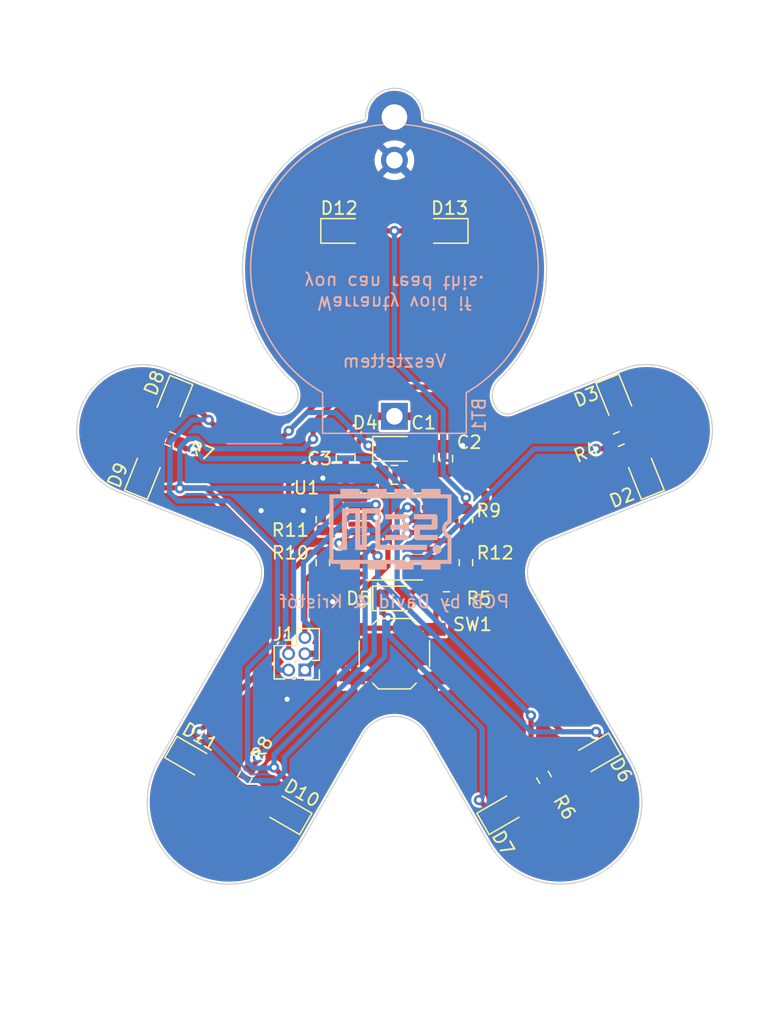
<source format=kicad_pcb>
(kicad_pcb (version 20221018) (generator pcbnew)
  (layers (0 "F.Cu" signal) (31 "B.Cu" signal) (34 "B.Paste" user) (35 "F.Paste" user) (36 "B.SilkS" user "B.Silkscreen") (37 "F.SilkS" user "F.Silkscreen") (38 "B.Mask" user) (39 "F.Mask" user) (44 "Edge.Cuts" user))
  (net 0 "")
  (net 1 "VCC")
  (net 2 "GND")
  (net 3 "/MPX2")
  (net 4 "/MPX1")
  (net 5 "Net-(D2-A)")
  (net 6 "Net-(D4-A)")
  (net 7 "Net-(D6-A)")
  (net 8 "Net-(D8-A)")
  (net 9 "Net-(D10-A)")
  (net 10 "Net-(D12-A)")
  (net 11 "/SWC")
  (net 12 "/SWD")
  (net 13 "/nRST")
  (net 14 "/B")
  (net 15 "/R")
  (net 16 "/G")
  (net 17 "/L1")
  (net 18 "/L2")
  (net 19 "/L3")
  (net 20 "/L4")
  (net 21 "/L5")
  (net 22 "/L6")
  (net 23 "Net-(U1-PB6{slash}PF4-BOOT0)")
  (net 24 "Net-(SW1A-A)")
  (footprint "LED_SMD:LED_0805_2012Metric" (layer "F.Cu") (at 202.183918 63.900765 -68)
    (fp_text reference "D3")
    (fp_text value "LED" hide)
  )
  (footprint "LED_SMD:LED_0805_2012Metric" (layer "F.Cu") (at 167.64 64.008 -112)
    (fp_text reference "D8")
    (fp_text value "LED")
  )
  (footprint "LED_SMD:LED_0805_2012Metric" (layer "F.Cu") (at 200.66 91.694 -150)
    (fp_text reference "D6")
    (fp_text value "LED" hide)
  )
  (footprint "Resistor_SMD:R_0603_1608Metric" (layer "F.Cu") (at 179.324 76.708 -90)
    (fp_text reference "R10")
    (fp_text value "100k")
  )
  (footprint "kikit:Tab" (layer "F.Cu") (at 171.43 52.832)
    (fp_text reference "T1" hide)
    (fp_text value "Tab")
  )
  (footprint "LED_SMD:LED_0805_2012Metric" (layer "F.Cu") (at 204.469918 69.85 112)
    (fp_text reference "D2")
    (fp_text value "LED" hide)
  )
  (footprint "Resistor_SMD:R_0603_1608Metric" (layer "F.Cu") (at 173.228 93.472 60)
    (fp_text reference "R8")
    (fp_text value "1k")
  )
  (footprint "Resistor_SMD:R_0603_1608Metric" (layer "F.Cu") (at 179.324 73.343 -90)
    (fp_text reference "R11")
    (fp_text value "100k")
  )
  (footprint "LED_SMD:LED_0805_2012Metric" (layer "F.Cu") (at 180.848 50.8)
    (fp_text reference "D12")
    (fp_text value "LED")
  )
  (footprint "LED_SMD:LED_0805_2012Metric" (layer "F.Cu") (at 165.354 69.85 68)
    (fp_text reference "D9")
    (fp_text value "LED" hide)
  )
  (footprint "LED_SMD:LED_0805_2012Metric" (layer "F.Cu") (at 184.912 67.818)
    (fp_text reference "D4")
    (fp_text value "LED" hide)
  )
  (footprint "kikit:Tab" (layer "F.Cu") (at 164.846 88.9)
    (fp_text reference "T1" hide)
    (fp_text value "Tab")
  )
  (footprint "LED_SMD:LED_0805_2012Metric" (layer "F.Cu") (at 184.912 79.502)
    (fp_text reference "D5")
    (fp_text value "LED")
  )
  (footprint "karifa:ProgConnector_5pin" (layer "F.Cu") (at 177.917 85.095 180)
    (fp_text reference "J1")
    (fp_text value "Conn_2Rows-05Pins")
  )
  (footprint "Resistor_SMD:R_0603_1608Metric" (layer "F.Cu") (at 188.976 79.502)
    (fp_text reference "R12")
    (fp_text value "100k")
  )
  (footprint "Resistor_SMD:R_0603_1608Metric" (layer "F.Cu") (at 167.386 67.056 -22)
    (fp_text reference "R7")
    (fp_text value "1k")
  )
  (footprint "LED_SMD:LED_0805_2012Metric" (layer "F.Cu") (at 168.91 91.948 -30)
    (fp_text reference "D11")
    (fp_text value "LED" hide)
  )
  (footprint "karifa:TSSOP-20_4.4x6.5mm_P0.65mm" (layer "F.Cu") (at 184.912 74.676 180)
    (fp_text reference "U1")
    (fp_text value "PY32F002AF15P6TU")
  )
  (footprint "Button_Switch_SMD:SW_SPST_TL3342" (layer "F.Cu") (at 184.912 83.82)
    (fp_text reference "SW1")
    (fp_text value "SW_DPST_x2")
  )
  (footprint "Resistor_SMD:R_0603_1608Metric" (layer "F.Cu") (at 190.499918 73.343 -90)
    (fp_text reference "R9")
    (fp_text value "1k")
  )
  (footprint "LED_SMD:LED_0805_2012Metric" (layer "F.Cu") (at 193.293918 96.266 30)
    (fp_text reference "D7")
    (fp_text value "LED" hide)
  )
  (footprint "Capacitor_SMD:C_0805_2012Metric" (layer "F.Cu") (at 188.722 68.58 90)
    (fp_text reference "C2")
    (fp_text value "10uF")
  )
  (footprint "Capacitor_SMD:C_0805_2012Metric" (layer "F.Cu") (at 184.911959 69.85)
    (fp_text reference "C1")
    (fp_text value "100nF")
  )
  (footprint "LED_SMD:LED_0805_2012Metric" (layer "F.Cu") (at 188.975918 50.8 180)
    (fp_text reference "D13")
    (fp_text value "LED")
  )
  (footprint "Capacitor_SMD:C_0805_2012Metric" (layer "F.Cu") (at 181.102 68.58 -90)
    (fp_text reference "C3")
    (fp_text value "10uF")
  )
  (footprint "Resistor_SMD:R_0603_1608Metric" (layer "F.Cu") (at 190.499918 76.708 90)
    (fp_text reference "R5")
    (fp_text value "1k")
  )
  (footprint "LED_SMD:LED_0805_2012Metric" (layer "F.Cu") (at 176.53 96.266 150)
    (fp_text reference "D10")
    (fp_text value "LED")
  )
  (footprint "Resistor_SMD:R_0603_1608Metric" (layer "F.Cu") (at 196.595918 93.472 120)
    (fp_text reference "R6")
    (fp_text value "1k")
  )
  (footprint "kikit:Tab" (layer "F.Cu") (at 204.216 88.9 180)
    (fp_text reference "T1" hide)
    (fp_text value "Tab")
  )
  (footprint "Resistor_SMD:R_0603_1608Metric" (layer "F.Cu") (at 202.437918 67.056 -158)
    (fp_text reference "R4")
    (fp_text value "1k")
  )
  (footprint "kikit:Tab" (layer "F.Cu") (at 198.882 52.832 180)
    (fp_text reference "T53,086" hide)
    (fp_text value "Tab")
  )
  (footprint "karifa:CR2032_Holder" (layer "B.Cu") (at 184.912 65.278 90)
    (fp_text reference "BT1")
    (fp_text value "Battery")
  )
  (gr_poly (pts (xy 185.90212 72.922225) (xy 185.949662 72.956332) (xy 185.954744 72.960008) (xy 185.959893 72.964037) (xy 185.965077 72.968383) (xy 185.970268 72.973013) (xy 185.975435 72.977892) (xy 185.980547 72.982983) (xy 185.985575 72.988254) (xy 185.990487 72.993668) (xy 185.995254 72.999191) (xy 185.999845 73.004788) (xy 186.004231 73.010425) (xy 186.00838 73.016066) (xy 186.012263 73.021677) (xy 186.015849 73.027223) (xy 186.019108 73.032669) (xy 186.022009 73.03798) (xy 186.029514 73.056235) (xy 186.035154 73.081889) (xy 186.039196 73.124767) (xy 186.041905 73.194689) (xy 186.044392 73.454961) (xy 186.044747 73.941284) (xy 186.044747 74.793945) (xy 186.017875 74.844588) (xy 186.014325 74.851045) (xy 186.010645 74.857245) (xy 186.006825 74.863196) (xy 186.002857 74.868909) (xy 185.998731 74.874391) (xy 185.994439 74.879652) (xy 185.989972 74.884701) (xy 185.985319 74.889547) (xy 185.980473 74.894199) (xy 185.975424 74.898667) (xy 185.970163 74.902959) (xy 185.964681 74.907085) (xy 185.958969 74.911053) (xy 185.953017 74.914872) (xy 185.946818 74.918553) (xy 185.940361 74.922103) (xy 185.890751 74.948975) (xy 184.194731 74.948975) (xy 184.194731 74.540731) (xy 185.58276 74.540731) (xy 185.58276 74.142822) (xy 184.611243 74.142822) (xy 184.611243 73.734578) (xy 185.58276 73.734578) (xy 185.58276 73.325302) (xy 184.194731 73.325302) (xy 184.194731 72.916024)) (fill solid) (layer "B.SilkS"))
  (gr_poly (pts (xy 187.291182 72.919125) (xy 188.145911 72.922225) (xy 188.193453 72.956332) (xy 188.198535 72.960008) (xy 188.203682 72.964037) (xy 188.208862 72.968383) (xy 188.214043 72.973013) (xy 188.219194 72.977892) (xy 188.224283 72.982983) (xy 188.229279 72.988254) (xy 188.234148 72.993668) (xy 188.238861 72.999191) (xy 188.243383 73.004788) (xy 188.247685 73.010425) (xy 188.251734 73.016066) (xy 188.255499 73.021677) (xy 188.258947 73.027223) (xy 188.262046 73.032669) (xy 188.264766 73.03798) (xy 188.272316 73.055219) (xy 188.278073 73.075317) (xy 188.28228 73.103165) (xy 188.285178 73.143659) (xy 188.287011 73.20169) (xy 188.288021 73.282152) (xy 188.288537 73.52994) (xy 188.288447 73.67075) (xy 188.288285 73.728538) (xy 188.288005 73.778762) (xy 188.287572 73.822058) (xy 188.286957 73.859062) (xy 188.286126 73.89041) (xy 188.285049 73.916738) (xy 188.283694 73.938681) (xy 188.282901 73.948208) (xy 188.282027 73.956876) (xy 188.281068 73.964767) (xy 188.280019 73.971958) (xy 188.278877 73.978531) (xy 188.277637 73.984563) (xy 188.276296 73.990136) (xy 188.274849 73.995328) (xy 188.273293 74.000218) (xy 188.271624 74.004887) (xy 188.267929 74.013877) (xy 188.263733 74.022933) (xy 188.261256 74.028037) (xy 188.258499 74.033246) (xy 188.255497 74.038519) (xy 188.252284 74.043814) (xy 188.248895 74.049091) (xy 188.245366 74.054308) (xy 188.24173 74.059426) (xy 188.238024 74.064403) (xy 188.234281 74.069199) (xy 188.230537 74.073772) (xy 188.226826 74.078081) (xy 188.223183 74.082087) (xy 188.219643 74.085747) (xy 188.216241 74.089021) (xy 188.213011 74.091868) (xy 188.209989 74.094247) (xy 188.184942 74.109687) (xy 188.17122 74.116) (xy 188.155535 74.121458) (xy 188.137017 74.126122) (xy 188.114792 74.130055) (xy 188.055735 74.135975) (xy 187.97139 74.139716) (xy 187.854778 74.141773) (xy 187.496854 74.142822) (xy 186.911878 74.142822) (xy 186.911878 74.540731) (xy 188.288537 74.540731) (xy 188.288537 74.948975) (xy 186.592517 74.948975) (xy 186.538774 74.913835) (xy 186.531442 74.909192) (xy 186.524548 74.904549) (xy 186.518069 74.899882) (xy 186.511983 74.895167) (xy 186.506265 74.890378) (xy 186.500894 74.885493) (xy 186.495848 74.880487) (xy 186.491102 74.875336) (xy 186.486635 74.870015) (xy 186.482424 74.8645) (xy 186.478446 74.858767) (xy 186.474679 74.852792) (xy 186.471099 74.84655) (xy 186.467684 74.840018) (xy 186.464412 74.833171) (xy 186.461259 74.825985) (xy 186.454006 74.807111) (xy 186.448388 74.785451) (xy 186.4442 74.756476) (xy 186.441235 74.715656) (xy 186.439287 74.65846) (xy 186.43815 74.58036) (xy 186.437488 74.343327) (xy 186.437541 74.203982) (xy 186.437665 74.147114) (xy 186.437908 74.097896) (xy 186.438308 74.055667) (xy 186.438905 74.019764) (xy 186.439738 73.989523) (xy 186.440256 73.976318) (xy 186.440847 73.96428) (xy 186.441517 73.953327) (xy 186.442271 73.943374) (xy 186.443113 73.93434) (xy 186.444049 73.926141) (xy 186.445083 73.918694) (xy 186.44622 73.911917) (xy 186.447466 73.905727) (xy 186.448825 73.90004) (xy 186.450301 73.894775) (xy 186.451901 73.889847) (xy 186.453629 73.885174) (xy 186.45549 73.880674) (xy 186.457488 73.876263) (xy 186.45963 73.871858) (xy 186.46436 73.862737) (xy 186.467605 73.856378) (xy 186.471134 73.850096) (xy 186.474942 73.843892) (xy 186.479023 73.83777) (xy 186.48337 73.831733) (xy 186.487977 73.825784) (xy 186.492839 73.819925) (xy 186.497949 73.814161) (xy 186.503302 73.808493) (xy 186.50889 73.802925) (xy 186.514709 73.79746) (xy 186.520751 73.792101) (xy 186.527012 73.786851) (xy 186.533485 73.781714) (xy 186.540163 73.776691) (xy 186.547042 73.771786) (xy 186.601819 73.734578) (xy 187.825517 73.734578) (xy 187.825517 73.325302) (xy 186.437488 73.325302) (xy 186.437488 72.916024)) (fill solid) (layer "B.SilkS"))
  (gr_poly (pts (xy 182.240328 75.311743) (xy 182.367452 75.311743) (xy 182.367452 72.461271) (xy 183.813359 72.461271) (xy 183.813359 75.311743) (xy 187.455513 75.311743) (xy 187.455513 75.719987) (xy 183.419584 75.719987) (xy 183.419584 72.869515) (xy 182.760193 72.869515) (xy 182.760193 75.719987) (xy 181.847588 75.719987) (xy 181.847588 72.869515) (xy 181.210934 72.869515) (xy 181.210934 75.719987) (xy 180.482296 75.719987) (xy 180.482296 75.311743) (xy 180.818193 75.311743) (xy 180.818193 72.461271) (xy 182.240328 72.461271)) (fill solid) (layer "B.SilkS"))
  (gr_poly (pts (xy 188.250644 75.318552) (xy 188.262864 75.319281) (xy 188.275102 75.320399) (xy 188.287242 75.321893) (xy 188.299171 75.323748) (xy 188.310773 75.325951) (xy 188.321933 75.32849) (xy 188.332536 75.331349) (xy 188.342467 75.334515) (xy 188.35161 75.337975) (xy 188.359851 75.341715) (xy 188.363167 75.343434) (xy 188.366511 75.345097) (xy 188.369864 75.346696) (xy 188.373206 75.348224) (xy 188.376518 75.349673) (xy 188.379781 75.351036) (xy 188.382973 75.352305) (xy 188.386077 75.353472) (xy 188.389071 75.354531) (xy 188.391937 75.355473) (xy 188.394654 75.35629) (xy 188.397203 75.356976) (xy 188.399565 75.357523) (xy 188.401719 75.357923) (xy 188.403646 75.358169) (xy 188.405326 75.358252) (xy 188.406631 75.358383) (xy 188.408205 75.358769) (xy 188.410027 75.359397) (xy 188.412076 75.360255) (xy 188.414332 75.361331) (xy 188.416772 75.362612) (xy 188.419375 75.364088) (xy 188.422121 75.365745) (xy 188.424988 75.367572) (xy 188.427955 75.369556) (xy 188.431001 75.371686) (xy 188.434104 75.373949) (xy 188.437243 75.376333) (xy 188.440398 75.378826) (xy 188.443546 75.381416) (xy 188.446667 75.384091) (xy 188.467062 75.402922) (xy 188.485657 75.421136) (xy 188.502516 75.438865) (xy 188.517706 75.456244) (xy 188.531291 75.473404) (xy 188.543337 75.490479) (xy 188.553907 75.507603) (xy 188.563068 75.524909) (xy 188.570885 75.542529) (xy 188.577423 75.560598) (xy 188.582746 75.579248) (xy 188.58692 75.598612) (xy 188.59001 75.618824) (xy 188.592082 75.640018) (xy 188.593199 75.662326) (xy 188.593428 75.685881) (xy 188.592716 75.707445) (xy 188.590797 75.728517) (xy 188.587704 75.749075) (xy 188.583471 75.769092) (xy 188.578132 75.788544) (xy 188.571721 75.807408) (xy 188.564271 75.825657) (xy 188.555818 75.843268) (xy 188.546394 75.860215) (xy 188.536033 75.876475) (xy 188.52477 75.892023) (xy 188.512638 75.906834) (xy 188.499671 75.920883) (xy 188.485903 75.934146) (xy 188.471367 75.946598) (xy 188.456099 75.958216) (xy 188.440131 75.968973) (xy 188.423497 75.978845) (xy 188.406231 75.987809) (xy 188.388368 75.995838) (xy 188.369941 76.00291) (xy 188.350984 76.008998) (xy 188.33153 76.014079) (xy 188.311615 76.018128) (xy 188.291271 76.02112) (xy 188.270532 76.02303) (xy 188.249432 76.023835) (xy 188.228006 76.023509) (xy 188.206287 76.022028) (xy 188.184308 76.019368) (xy 188.162105 76.015503) (xy 188.13971 76.010409) (xy 188.127671 76.007252) (xy 188.116314 76.003957) (xy 188.105569 76.00048) (xy 188.095365 75.996779) (xy 188.085634 75.992811) (xy 188.076305 75.988535) (xy 188.06731 75.983907) (xy 188.058578 75.978886) (xy 188.050039 75.973429) (xy 188.041625 75.967493) (xy 188.033265 75.961036) (xy 188.024891 75.954017) (xy 188.016431 75.946391) (xy 188.007817 75.938118) (xy 187.998979 75.929154) (xy 187.989848 75.919458) (xy 187.97408 75.90142) (xy 187.959724 75.882604) (xy 187.946789 75.863059) (xy 187.935281 75.842832) (xy 187.925208 75.821968) (xy 187.916578 75.800516) (xy 187.909399 75.778521) (xy 187.903677 75.756031) (xy 187.899421 75.733094) (xy 187.896638 75.709755) (xy 187.895336 75.686062) (xy 187.895522 75.662061) (xy 187.897204 75.6378) (xy 187.900389 75.613326) (xy 187.905085 75.588685) (xy 187.911299 75.563924) (xy 187.918258 75.542962) (xy 187.927051 75.522377) (xy 187.937572 75.502259) (xy 187.949718 75.482696) (xy 187.963383 75.463774) (xy 187.978465 75.445581) (xy 187.994857 75.428207) (xy 188.012456 75.411737) (xy 188.031157 75.396261) (xy 188.050856 75.381866) (xy 188.071448 75.368639) (xy 188.092829 75.35667) (xy 188.114895 75.346044) (xy 188.13754 75.336851) (xy 188.16066 75.329178) (xy 188.184151 75.323112) (xy 188.193845 75.32122) (xy 188.204248 75.3198) (xy 188.215245 75.318836) (xy 188.226719 75.318316) (xy 188.238558 75.318226)) (fill solid) (layer "B.SilkS"))
  (gr_poly (pts (xy 182.205188 71.374) (xy 182.806702 71.374) (xy 182.806702 70.941984) (xy 184.310486 70.941984) (xy 184.310486 71.374) (xy 184.912 71.374) (xy 184.912 70.941984) (xy 186.41475 70.941984) (xy 186.41475 71.374) (xy 187.016264 71.374) (xy 187.016264 70.941984) (xy 188.519015 70.941984) (xy 188.519015 71.374) (xy 189.374776 71.374) (xy 189.374776 73.626058) (xy 189.303462 73.646729) (xy 189.284733 73.65222) (xy 189.267576 73.657518) (xy 189.251817 73.662723) (xy 189.237284 73.667932) (xy 189.223806 73.673244) (xy 189.211208 73.678758) (xy 189.199319 73.684571) (xy 189.187966 73.690783) (xy 189.176976 73.697491) (xy 189.166177 73.704794) (xy 189.155396 73.712791) (xy 189.144461 73.721579) (xy 189.133199 73.731257) (xy 189.121437 73.741924) (xy 189.109003 73.753679) (xy 189.095724 73.766618) (xy 189.087865 73.77427) (xy 189.080186 73.782103) (xy 189.072699 73.790102) (xy 189.065412 73.798254) (xy 189.058338 73.806545) (xy 189.051486 73.814962) (xy 189.044867 73.823491) (xy 189.038492 73.832118) (xy 189.032371 73.84083) (xy 189.026515 73.849613) (xy 189.020935 73.858454) (xy 189.015641 73.867339) (xy 189.010644 73.876254) (xy 189.005954 73.885185) (xy 189.001582 73.89412) (xy 188.997538 73.903044) (xy 188.987809 73.925253) (xy 188.98374 73.935287) (xy 188.980162 73.94487) (xy 188.977044 73.954198) (xy 188.974357 73.963469) (xy 188.972069 73.972879) (xy 188.97015 73.982626) (xy 188.96857 73.992905) (xy 188.9673 74.003914) (xy 188.966308 74.015849) (xy 188.965564 74.028908) (xy 188.9647 74.059183) (xy 188.964466 74.096314) (xy 188.964625 74.135156) (xy 188.964895 74.15152) (xy 188.965354 74.166174) (xy 188.966049 74.179362) (xy 188.967027 74.19133) (xy 188.968335 74.202323) (xy 188.970021 74.212586) (xy 188.97213 74.222364) (xy 188.97471 74.231904) (xy 188.977808 74.241449) (xy 188.98147 74.251246) (xy 188.985744 74.261539) (xy 188.990677 74.272575) (xy 189.002706 74.297852) (xy 189.00672 74.305884) (xy 189.010986 74.314049) (xy 189.015464 74.322287) (xy 189.020114 74.330537) (xy 189.029775 74.346831) (xy 189.039654 74.362447) (xy 189.044577 74.36985) (xy 189.049437 74.376901) (xy 189.054193 74.38354) (xy 189.058807 74.389707) (xy 189.063239 74.395341) (xy 189.067451 74.400381) (xy 189.071402 74.404768) (xy 189.075053 74.40844) (xy 189.107122 74.439399) (xy 189.121137 74.452448) (xy 189.134142 74.464072) (xy 189.146389 74.474419) (xy 189.158133 74.483635) (xy 189.169625 74.491866) (xy 189.181119 74.499261) (xy 189.192867 74.505965) (xy 189.205122 74.512125) (xy 189.218137 74.517889) (xy 189.232165 74.523403) (xy 189.247459 74.528814) (xy 189.264271 74.534269) (xy 189.303462 74.545899) (xy 189.374776 74.567603) (xy 189.374776 76.807259) (xy 188.519015 76.807259) (xy 188.519015 77.250643) (xy 187.016264 77.250643) (xy 187.016264 76.807259) (xy 186.41475 76.807259) (xy 186.41475 77.250643) (xy 184.912 77.250643) (xy 184.912 76.807259) (xy 184.310486 76.807259) (xy 184.310486 77.250643) (xy 182.806702 77.250643) (xy 182.806702 76.807259) (xy 182.205188 76.807259) (xy 182.205188 77.250643) (xy 180.691069 77.250643) (xy 180.691069 76.807259) (xy 179.835307 76.807259) (xy 179.835307 76.492033) (xy 180.158802 76.492033) (xy 189.06265 76.492033) (xy 189.06265 75.638338) (xy 189.062037 75.273583) (xy 189.060066 75.006206) (xy 189.058512 74.91076) (xy 189.056546 74.84173) (xy 189.054144 74.799805) (xy 189.052772 74.789224) (xy 189.052042 74.786565) (xy 189.051281 74.785677) (xy 189.049981 74.785463) (xy 189.048044 74.784835) (xy 189.042432 74.782431) (xy 189.034786 74.778646) (xy 189.025443 74.773662) (xy 189.014745 74.767661) (xy 189.003029 74.760824) (xy 188.990634 74.753333) (xy 188.977901 74.74537) (xy 188.946152 74.723473) (xy 188.915661 74.699692) (xy 188.886475 74.674108) (xy 188.858642 74.646797) (xy 188.832207 74.617839) (xy 188.807218 74.587312) (xy 188.783721 74.555296) (xy 188.761765 74.521869) (xy 188.741395 74.48711) (xy 188.722658 74.451097) (xy 188.705602 74.413909) (xy 188.690274 74.375625) (xy 188.676719 74.336323) (xy 188.664987 74.296083) (xy 188.655122 74.254984) (xy 188.647172 74.213102) (xy 188.641594 74.172869) (xy 188.638395 74.132108) (xy 188.637534 74.090971) (xy 188.638969 74.049611) (xy 188.642656 74.008178) (xy 188.648553 73.966824) (xy 188.656618 73.9257) (xy 188.666809 73.884957) (xy 188.679083 73.844747) (xy 188.693398 73.805222) (xy 188.709712 73.766532) (xy 188.727981 73.72883) (xy 188.748164 73.692266) (xy 188.770219 73.656991) (xy 188.794102 73.623158) (xy 188.819771 73.590918) (xy 188.826984 73.582445) (xy 188.834602 73.573762) (xy 188.842519 73.564973) (xy 188.850632 73.556182) (xy 188.867025 73.539014) (xy 188.875096 73.530845) (xy 188.882946 73.523093) (xy 188.890468 73.515862) (xy 188.897558 73.509255) (xy 188.904113 73.503379) (xy 188.910027 73.498337) (xy 188.915197 73.494233) (xy 188.919517 73.491173) (xy 188.921326 73.490066) (xy 188.922883 73.48926) (xy 188.924176 73.488766) (xy 188.925191 73.488599) (xy 188.926216 73.488385) (xy 188.927721 73.487757) (xy 188.929676 73.486739) (xy 188.932055 73.485353) (xy 188.937963 73.481568) (xy 188.945216 73.476584) (xy 188.953583 73.470583) (xy 188.962834 73.463746) (xy 188.97274 73.456255) (xy 188.983069 73.448291) (xy 188.98832 73.44408) (xy 188.993584 73.439987) (xy 188.998827 73.436033) (xy 189.004014 73.432239) (xy 189.00911 73.428627) (xy 189.014081 73.425219) (xy 189.018891 73.422034) (xy 189.023506 73.419094) (xy 189.02789 73.416421) (xy 189.03201 73.414035) (xy 189.03583 73.411959) (xy 189.039316 73.410212) (xy 189.042431 73.408817) (xy 189.045143 73.407794) (xy 189.047416 73.407165) (xy 189.048377 73.407004) (xy 189.049215 73.40695) (xy 189.051069 73.404765) (xy 189.052759 73.397897) (xy 189.055674 73.368241) (xy 189.059808 73.232155) (xy 189.062004 72.96875) (xy 189.06265 72.548088) (xy 189.06265 71.689226) (xy 180.158802 71.689226) (xy 180.158802 76.492033) (xy 179.835307 76.492033) (xy 179.835307 71.374) (xy 180.691069 71.374) (xy 180.691069 70.941984) (xy 182.205188 70.941984)) (fill solid) (layer "B.SilkS"))
  (gr_poly (pts (xy 185.039835 39.665626) (xy 185.154708 39.674372) (xy 185.267919 39.688772) (xy 185.379325 39.708686) (xy 185.488783 39.733971) (xy 185.596151 39.764482) (xy 185.701286 39.800079) (xy 185.804045 39.840618) (xy 185.904286 39.885956) (xy 186.001866 39.935952) (xy 186.096642 39.990461) (xy 186.188472 40.049342) (xy 186.277212 40.112451) (xy 186.362722 40.179647) (xy 186.444857 40.250786) (xy 186.523475 40.325726) (xy 186.598434 40.404323) (xy 186.66959 40.486436) (xy 186.736802 40.571921) (xy 186.799926 40.660636) (xy 186.85882 40.752439) (xy 186.913341 40.847186) (xy 186.963347 40.944734) (xy 187.008694 41.044942) (xy 187.049241 41.147666) (xy 187.084844 41.252764) (xy 187.115362 41.360092) (xy 187.14065 41.469509) (xy 187.160567 41.580872) (xy 187.174971 41.694037) (xy 187.183717 41.808863) (xy 187.186664 41.925206) (xy 187.186631 41.942872) (xy 187.186551 41.951256) (xy 187.186396 41.95951) (xy 187.186496 41.969369) (xy 187.187022 41.979129) (xy 187.187967 41.988781) (xy 187.189323 41.998314) (xy 187.19108 42.007719) (xy 187.193232 42.016985) (xy 187.195769 42.026102) (xy 187.198684 42.03506) (xy 187.201968 42.04385) (xy 187.205614 42.05246) (xy 187.209613 42.060882) (xy 187.213956 42.069104) (xy 187.218636 42.077118) (xy 187.223645 42.084912) (xy 187.228974 42.092477) (xy 187.234615 42.099803) (xy 187.24056 42.10688) (xy 187.2468 42.113697) (xy 187.253328 42.120246) (xy 187.260136 42.126514) (xy 187.267214 42.132493) (xy 187.274556 42.138173) (xy 187.282152 42.143543) (xy 187.289995 42.148593) (xy 187.298077 42.153314) (xy 187.306388 42.157695) (xy 187.314922 42.161726) (xy 187.323669 42.165398) (xy 187.332622 42.168699) (xy 187.341772 42.171621) (xy 187.351112 42.174152) (xy 187.360633 42.176284) (xy 187.86163 42.292388) (xy 188.354305 42.429411) (xy 188.83816 42.586856) (xy 189.312699 42.764226) (xy 189.777425 42.961023) (xy 190.231839 43.17675) (xy 190.675444 43.410909) (xy 191.107744 43.663003) (xy 191.528241 43.932535) (xy 191.936438 44.219006) (xy 192.331838 44.52192) (xy 192.713943 44.840779) (xy 193.082255 45.175086) (xy 193.436279 45.524344) (xy 193.775516 45.888054) (xy 194.09947 46.265719) (xy 194.407642 46.656843) (xy 194.699536 47.060927) (xy 194.974655 47.477474) (xy 195.2325 47.905987) (xy 195.472576 48.345968) (xy 195.694384 48.79692) (xy 195.897428 49.258345) (xy 196.08121 49.729746) (xy 196.245233 50.210626) (xy 196.389 50.700487) (xy 196.512012 51.198832) (xy 196.613774 51.705162) (xy 196.693788 52.218982) (xy 196.751557 52.739793) (xy 196.786582 53.267098) (xy 196.798368 53.8004) (xy 196.781781 54.432851) (xy 196.732576 55.05672) (xy 196.651584 55.671175) (xy 196.539636 56.275384) (xy 196.397566 56.868514) (xy 196.226205 57.449734) (xy 196.026385 58.018212) (xy 195.798937 58.573115) (xy 195.544695 59.113611) (xy 195.264489 59.638869) (xy 194.959151 60.148056) (xy 194.629514 60.640341) (xy 194.27641 61.11489) (xy 193.90067 61.570873) (xy 193.503126 62.007457) (xy 193.08461 62.423809) (xy 193.029143 62.478487) (xy 192.976691 62.535167) (xy 192.927265 62.593739) (xy 192.880877 62.654088) (xy 192.837537 62.716105) (xy 192.797258 62.779678) (xy 192.760052 62.844693) (xy 192.725928 62.911041) (xy 192.694899 62.978608) (xy 192.666975 63.047284) (xy 192.64217 63.116955) (xy 192.620492 63.187512) (xy 192.601955 63.258841) (xy 192.58657 63.330831) (xy 192.574347 63.40337) (xy 192.565299 63.476347) (xy 192.559436 63.549649) (xy 192.55677 63.623165) (xy 192.557313 63.696783) (xy 192.561075 63.770391) (xy 192.568068 63.843878) (xy 192.578304 63.917131) (xy 192.591794 63.990039) (xy 192.60855 64.06249) (xy 192.628581 64.134373) (xy 192.651901 64.205574) (xy 192.678521 64.275984) (xy 192.708451 64.345489) (xy 192.741703 64.413979) (xy 192.778289 64.481341) (xy 192.81822 64.547463) (xy 192.861507 64.612234) (xy 192.863667 64.614325) (xy 192.865775 64.616474) (xy 192.867835 64.618675) (xy 192.869851 64.620921) (xy 192.871824 64.623208) (xy 192.873759 64.625529) (xy 192.877526 64.630248) (xy 192.881177 64.635031) (xy 192.884738 64.639829) (xy 192.891689 64.64928) (xy 192.918186 64.685998) (xy 192.946033 64.721276) (xy 192.975174 64.755096) (xy 193.005552 64.787441) (xy 193.037113 64.818293) (xy 193.0698 64.847636) (xy 193.103557 64.875452) (xy 193.138329 64.901723) (xy 193.174061 64.926433) (xy 193.210696 64.949564) (xy 193.248178 64.971099) (xy 193.286452 64.991019) (xy 193.325462 65.009309) (xy 193.365152 65.02595) (xy 193.405467 65.040926) (xy 193.44635 65.054219) (xy 193.487746 65.065811) (xy 193.529599 65.075685) (xy 193.571854 65.083825) (xy 193.614454 65.090212) (xy 193.657344 65.094829) (xy 193.700469 65.097659) (xy 193.743771 65.098685) (xy 193.787196 65.097889) (xy 193.830688 65.095253) (xy 193.874191 65.090762) (xy 193.917648 65.084397) (xy 193.961006 65.07614) (xy 194.004207 65.065975) (xy 194.047196 65.053884) (xy 194.089917 65.039851) (xy 194.132314 65.023856) (xy 202.687662 61.606058) (xy 202.936047 61.513839) (xy 203.186128 61.435155) (xy 203.437484 61.369825) (xy 203.689691 61.317668) (xy 203.942329 61.278504) (xy 204.194974 61.252151) (xy 204.447205 61.238431) (xy 204.698599 61.237161) (xy 204.948735 61.248161) (xy 205.197191 61.271251) (xy 205.443544 61.30625) (xy 205.687372 61.352977) (xy 205.928253 61.411252) (xy 206.165766 61.480893) (xy 206.399488 61.561721) (xy 206.628996 61.653555) (xy 206.85387 61.756214) (xy 207.073686 61.869518) (xy 207.288023 61.993285) (xy 207.496458 62.127335) (xy 207.69857 62.271488) (xy 207.893936 62.425563) (xy 208.082135 62.589379) (xy 208.262744 62.762756) (xy 208.435341 62.945513) (xy 208.599504 63.13747) (xy 208.754812 63.338445) (xy 208.900841 63.548258) (xy 209.037169 63.766729) (xy 209.163376 63.993676) (xy 209.279038 64.22892) (xy 209.383734 64.472279) (xy 209.475964 64.720754) (xy 209.554658 64.97092) (xy 209.619995 65.222357) (xy 209.672157 65.474641) (xy 209.711323 65.727352) (xy 209.737675 65.980066) (xy 209.751393 66.232363) (xy 209.752659 66.483819) (xy 209.741652 66.734013) (xy 209.718554 66.982522) (xy 209.683545 67.228925) (xy 209.636805 67.4728) (xy 209.578516 67.713724) (xy 209.508859 67.951275) (xy 209.428013 68.185032) (xy 209.33616 68.414571) (xy 209.23348 68.639472) (xy 209.120154 68.859313) (xy 208.996362 69.07367) (xy 208.862286 69.282122) (xy 208.718107 69.484247) (xy 208.564003 69.679623) (xy 208.400158 69.867828) (xy 208.22675 70.048439) (xy 208.043961 70.221035) (xy 207.851972 70.385194) (xy 207.650962 70.540493) (xy 207.441114 70.686511) (xy 207.222607 70.822825) (xy 206.995623 70.949013) (xy 206.760341 71.064654) (xy 206.516943 71.169325) (xy 197.010624 74.975417) (xy 196.875908 75.033714) (xy 196.745217 75.098858) (xy 196.618767 75.170622) (xy 196.496773 75.24878) (xy 196.379449 75.333103) (xy 196.267012 75.423366) (xy 196.159676 75.51934) (xy 196.057656 75.6208) (xy 195.961167 75.727517) (xy 195.870424 75.839265) (xy 195.785642 75.955817) (xy 195.707037 76.076945) (xy 195.634822 76.202423) (xy 195.569214 76.332024) (xy 195.510427 76.46552) (xy 195.458676 76.602684) (xy 195.414461 76.742681) (xy 195.378061 76.884106) (xy 195.349444 77.026652) (xy 195.328583 77.170012) (xy 195.315449 77.313879) (xy 195.310012 77.457944) (xy 195.312242 77.601901) (xy 195.322112 77.745442) (xy 195.339592 77.888259) (xy 195.364653 78.030045) (xy 195.397266 78.170493) (xy 195.437402 78.309294) (xy 195.485031 78.446142) (xy 195.540125 78.580729) (xy 195.602655 78.712748) (xy 195.672591 78.841891) (xy 203.385641 92.201644) (xy 203.543245 92.491305) (xy 203.684473 92.785454) (xy 203.809472 93.083539) (xy 203.918389 93.385009) (xy 204.011372 93.68931) (xy 204.08857 93.995892) (xy 204.15013 94.3042) (xy 204.1962 94.613684) (xy 204.226928 94.923791) (xy 204.242461 95.233969) (xy 204.242948 95.543666) (xy 204.228536 95.852329) (xy 204.199374 96.159406) (xy 204.155608 96.464345) (xy 204.097388 96.766594) (xy 204.02486 97.0656) (xy 203.938173 97.360812) (xy 203.837474 97.651677) (xy 203.722912 97.937644) (xy 203.594633 98.218158) (xy 203.452787 98.49267) (xy 203.297521 98.760626) (xy 203.128982 99.021473) (xy 202.947318 99.274661) (xy 202.752678 99.519637) (xy 202.54521 99.755848) (xy 202.32506 99.982742) (xy 202.092377 100.199767) (xy 201.847309 100.406372) (xy 201.590003 100.602003) (xy 201.320608 100.786108) (xy 201.039272 100.958136) (xy 200.749599 101.115827) (xy 200.45544 101.257129) (xy 200.157347 101.382191) (xy 199.855872 101.491162) (xy 199.551566 101.584189) (xy 199.244982 101.661421) (xy 198.936672 101.723007) (xy 198.627188 101.769095) (xy 198.317081 101.799834) (xy 198.006904 101.815372) (xy 197.697209 101.815858) (xy 197.388548 101.801439) (xy 197.081472 101.772266) (xy 196.776534 101.728485) (xy 196.474286 101.670246) (xy 196.17528 101.597696) (xy 195.880068 101.510986) (xy 195.589201 101.410262) (xy 195.303233 101.295674) (xy 195.022714 101.16737) (xy 194.748196 101.025498) (xy 194.480233 100.870207) (xy 194.219376 100.701646) (xy 193.966176 100.519963) (xy 193.721186 100.325306) (xy 193.484958 100.117823) (xy 193.258044 99.897665) (xy 193.040996 99.664978) (xy 192.834366 99.419911) (xy 192.638705 99.162613) (xy 192.454567 98.893233) (xy 192.282502 98.611918) (xy 187.390142 90.138078) (xy 187.341193 90.05649) (xy 187.289779 89.976917) (xy 187.235967 89.899398) (xy 187.179821 89.82397) (xy 187.121406 89.75067) (xy 187.060787 89.679537) (xy 186.998028 89.610607) (xy 186.933195 89.543919) (xy 186.866353 89.479511) (xy 186.797565 89.417419) (xy 186.726898 89.357682) (xy 186.654415 89.300338) (xy 186.580182 89.245423) (xy 186.504264 89.192976) (xy 186.426725 89.143035) (xy 186.34763 89.095636) (xy 186.267044 89.050819) (xy 186.185032 89.008619) (xy 186.10166 88.969076) (xy 186.01699 88.932227) (xy 185.931089 88.898109) (xy 185.844022 88.86676) (xy 185.755852 88.838217) (xy 185.666646 88.81252) (xy 185.576467 88.789704) (xy 185.485381 88.769809) (xy 185.393452 88.75287) (xy 185.300746 88.738927) (xy 185.207327 88.728017) (xy 185.11326 88.720178) (xy 185.01861 88.715446) (xy 184.923442 88.713861) (xy 184.73365 88.720178) (xy 184.546187 88.738927) (xy 184.361573 88.769809) (xy 184.180325 88.81252) (xy 184.002964 88.86676) (xy 183.830008 88.932227) (xy 183.661975 89.008619) (xy 183.499386 89.095636) (xy 183.342759 89.192976) (xy 183.192612 89.300338) (xy 183.049465 89.417419) (xy 182.913837 89.543919) (xy 182.786247 89.679537) (xy 182.667214 89.82397) (xy 182.557256 89.976917) (xy 182.456893 90.138078) (xy 177.564394 98.611918) (xy 177.392331 98.893233) (xy 177.208194 99.162613) (xy 177.012536 99.419911) (xy 176.805909 99.664978) (xy 176.588864 99.897665) (xy 176.361953 100.117823) (xy 176.125729 100.325306) (xy 175.880744 100.519963) (xy 175.627548 100.701646) (xy 175.366695 100.870207) (xy 175.098736 101.025498) (xy 174.824223 101.16737) (xy 174.543709 101.295674) (xy 174.257744 101.410262) (xy 173.966881 101.510986) (xy 173.671672 101.597696) (xy 173.372668 101.670246) (xy 173.070423 101.728485) (xy 172.765486 101.772266) (xy 172.458412 101.801439) (xy 172.149751 101.815858) (xy 171.840055 101.815372) (xy 171.529877 101.799834) (xy 171.219768 101.769095) (xy 170.910281 101.723007) (xy 170.601966 101.661421) (xy 170.295377 101.584189) (xy 169.991065 101.491162) (xy 169.689582 101.382191) (xy 169.391479 101.257129) (xy 169.09731 101.115827) (xy 168.807625 100.958136) (xy 168.5263 100.786108) (xy 168.256916 100.602003) (xy 167.99962 100.406372) (xy 167.754559 100.199767) (xy 167.521883 99.982742) (xy 167.301739 99.755848) (xy 167.094274 99.519637) (xy 166.899637 99.274661) (xy 166.717976 99.021473) (xy 166.549438 98.760626) (xy 166.394171 98.49267) (xy 166.252325 98.218158) (xy 166.124045 97.937644) (xy 166.009481 97.651677) (xy 165.90878 97.360812) (xy 165.822089 97.0656) (xy 165.749558 96.766594) (xy 165.691334 96.464345) (xy 165.647565 96.159406) (xy 165.618399 95.852329) (xy 165.603983 95.543666) (xy 165.604466 95.233969) (xy 165.619996 94.923791) (xy 165.65072 94.613684) (xy 165.696787 94.3042) (xy 165.758344 93.995892) (xy 165.835539 93.68931) (xy 165.92852 93.385009) (xy 166.037436 93.083539) (xy 166.162434 92.785454) (xy 166.303661 92.491305) (xy 166.461267 92.201644) (xy 174.173757 78.843272) (xy 174.243692 78.714127) (xy 174.306219 78.582107) (xy 174.361312 78.447519) (xy 174.408938 78.310669) (xy 174.449069 78.171867) (xy 174.481676 78.031418) (xy 174.506729 77.889632) (xy 174.524198 77.746814) (xy 174.534054 77.603273) (xy 174.536267 77.459316) (xy 174.530808 77.31525) (xy 174.517647 77.171383) (xy 174.496754 77.028023) (xy 174.468101 76.885477) (xy 174.431658 76.744051) (xy 174.387394 76.604055) (xy 174.335618 76.46665) (xy 174.276801 76.332945) (xy 174.21116 76.203168) (xy 174.138911 76.077545) (xy 174.060267 75.956304) (xy 173.975445 75.839672) (xy 173.884659 75.727876) (xy 173.788126 75.621143) (xy 173.68606 75.519699) (xy 173.578677 75.423773) (xy 173.466192 75.333591) (xy 173.34882 75.249379) (xy 173.226777 75.171366) (xy 173.100278 75.099779) (xy 172.969538 75.034843) (xy 172.834773 74.976787) (xy 163.332002 71.174818) (xy 163.088551 71.070274) (xy 162.853213 70.954761) (xy 162.626168 70.828699) (xy 162.407598 70.692511) (xy 162.197682 70.546619) (xy 161.996603 70.391443) (xy 161.80454 70.227407) (xy 161.621676 70.054932) (xy 161.448189 69.87444) (xy 161.284262 69.686352) (xy 161.130076 69.49109) (xy 160.98581 69.289077) (xy 160.851647 69.080733) (xy 160.727767 68.866482) (xy 160.61435 68.646744) (xy 160.511578 68.421941) (xy 160.419631 68.192496) (xy 160.338691 67.95883) (xy 160.268937 67.721365) (xy 160.210552 67.480522) (xy 160.163716 67.236724) (xy 160.12861 66.990392) (xy 160.105414 66.741949) (xy 160.094309 66.491815) (xy 160.095477 66.240413) (xy 160.109099 65.988165) (xy 160.135354 65.735493) (xy 160.174424 65.482817) (xy 160.22649 65.230561) (xy 160.291733 64.979145) (xy 160.370333 64.728992) (xy 160.462472 64.480524) (xy 160.567066 64.237036) (xy 160.682631 64.001664) (xy 160.808743 63.774589) (xy 160.944981 63.555991) (xy 161.090923 63.346052) (xy 161.246147 63.144951) (xy 161.410231 62.952872) (xy 161.582752 62.769993) (xy 161.763289 62.596496) (xy 161.951421 62.432562) (xy 162.146724 62.278372) (xy 162.348777 62.134106) (xy 162.557158 61.999947) (xy 162.771444 61.876073) (xy 162.991215 61.762667) (xy 163.216048 61.659909) (xy 163.44552 61.56798) (xy 163.679211 61.487061) (xy 163.916697 61.417333) (xy 164.157557 61.358976) (xy 164.40137 61.312173) (xy 164.647712 61.277102) (xy 164.896162 61.253947) (xy 165.146299 61.242886) (xy 165.397699 61.244102) (xy 165.649941 61.257774) (xy 165.902603 61.284085) (xy 166.155264 61.323214) (xy 166.4075 61.375344) (xy 166.65889 61.440654) (xy 166.909013 61.519325) (xy 167.157445 61.611539) (xy 175.506575 64.949769) (xy 175.613276 64.987433) (xy 175.721344 65.015637) (xy 175.830246 65.034536) (xy 175.939445 65.044284) (xy 176.048406 65.045037) (xy 176.156594 65.036948) (xy 176.263473 65.020173) (xy 176.368508 64.994867) (xy 176.471163 64.961184) (xy 176.570902 64.919279) (xy 176.667192 64.869307) (xy 176.759495 64.811422) (xy 176.847276 64.745779) (xy 176.930001 64.672534) (xy 177.007133 64.59184) (xy 177.078137 64.503852) (xy 177.077947 64.5011) (xy 177.077935 64.498497) (xy 177.078088 64.49603) (xy 177.078396 64.493689) (xy 177.078846 64.491459) (xy 177.079427 64.489331) (xy 177.080126 64.487291) (xy 177.080931 64.485327) (xy 177.081832 64.483428) (xy 177.082816 64.48158) (xy 177.08387 64.479774) (xy 177.084984 64.477995) (xy 177.087343 64.474474) (xy 177.089796 64.470921) (xy 177.129542 64.415185) (xy 177.166253 64.358155) (xy 177.199941 64.299935) (xy 177.230615 64.24063) (xy 177.258286 64.180344) (xy 177.282963 64.119181) (xy 177.304657 64.057247) (xy 177.323378 63.994645) (xy 177.339136 63.931481) (xy 177.35194 63.867858) (xy 177.361801 63.803881) (xy 177.36873 63.739656) (xy 177.372735 63.675285) (xy 177.373828 63.610875) (xy 177.372018 63.546528) (xy 177.367316 63.482351) (xy 177.35973 63.418447) (xy 177.349273 63.35492) (xy 177.335953 63.291876) (xy 177.31978 63.229419) (xy 177.300765 63.167653) (xy 177.278919 63.106684) (xy 177.25425 63.046614) (xy 177.226769 62.98755) (xy 177.196486 62.929595) (xy 177.163411 62.872854) (xy 177.127554 62.817431) (xy 177.088926 62.763432) (xy 177.047536 62.71096) (xy 177.003395 62.66012) (xy 176.956512 62.611016) (xy 176.906898 62.563754) (xy 176.473057 62.145048) (xy 176.060758 61.705033) (xy 175.67089 61.244589) (xy 175.304342 60.764598) (xy 174.962005 60.265939) (xy 174.644768 59.749492) (xy 174.353521 59.216139) (xy 174.089154 58.666759) (xy 173.852556 58.102233) (xy 173.644618 57.52344) (xy 173.46623 56.931262) (xy 173.31828 56.326579) (xy 173.201659 55.710271) (xy 173.117257 55.083218) (xy 173.065963 54.446301) (xy 173.048667 53.8004) (xy 173.0604 53.268247) (xy 173.095269 52.742071) (xy 173.15278 52.222365) (xy 173.232441 51.709623) (xy 173.333755 51.20434) (xy 173.45623 50.707007) (xy 173.599373 50.21812) (xy 173.762687 49.738171) (xy 173.945681 49.267655) (xy 174.14786 48.807064) (xy 174.36873 48.356893) (xy 174.607797 47.917636) (xy 175.138547 47.073836) (xy 175.736158 46.279613) (xy 176.396679 45.538917) (xy 177.11616 44.855697) (xy 177.890648 44.233902) (xy 178.716192 43.677481) (xy 179.146875 43.42502) (xy 179.58884 43.190384) (xy 180.041594 42.974066) (xy 180.504643 42.77656) (xy 180.977492 42.598359) (xy 181.459647 42.439958) (xy 181.950615 42.30185) (xy 182.449902 42.184528) (xy 182.461273 42.181846) (xy 182.47243 42.178693) (xy 182.483364 42.175082) (xy 182.494066 42.171024) (xy 182.504525 42.166533) (xy 182.514733 42.161619) (xy 182.524679 42.156295) (xy 182.534354 42.150573) (xy 182.543748 42.144465) (xy 182.552851 42.137984) (xy 182.561654 42.13114) (xy 182.570146 42.123947) (xy 182.578319 42.116416) (xy 182.586163 42.108559) (xy 182.593667 42.100389) (xy 182.600822 42.091917) (xy 182.607619 42.083155) (xy 182.614048 42.074117) (xy 182.620098 42.064813) (xy 182.625761 42.055256) (xy 182.631027 42.045457) (xy 182.635886 42.03543) (xy 182.640328 42.025185) (xy 182.644343 42.014735) (xy 182.647923 42.004093) (xy 182.651056 41.993269) (xy 182.653734 41.982277) (xy 182.655947 41.971128) (xy 182.657685 41.959835) (xy 182.658939 41.948408) (xy 182.659698 41.936861) (xy 182.659953 41.925206) (xy 182.660232 41.925206) (xy 182.663179 41.808863) (xy 182.671925 41.694037) (xy 182.686328 41.580872) (xy 182.706245 41.469509) (xy 182.731533 41.360092) (xy 182.76205 41.252764) (xy 182.797653 41.147666) (xy 182.8382 41.044942) (xy 182.883547 40.944734) (xy 182.933552 40.847186) (xy 182.988073 40.752439) (xy 183.046966 40.660636) (xy 183.11009 40.571921) (xy 183.177301 40.486436) (xy 183.248456 40.404323) (xy 183.323414 40.325726) (xy 183.402032 40.250786) (xy 183.484167 40.179647) (xy 183.569675 40.112451) (xy 183.658416 40.049342) (xy 183.750245 39.990461) (xy 183.845021 39.935952) (xy 183.9426 39.885956) (xy 184.04284 39.840618) (xy 184.145599 39.800079) (xy 184.250733 39.764482) (xy 184.358101 39.733971) (xy 184.467559 39.708686) (xy 184.578964 39.688772) (xy 184.692175 39.674372) (xy 184.807048 39.665626) (xy 184.923442 39.66268)) (stroke (width 0.1)) (fill none) (layer "Edge.Cuts"))
  (gr_text "Warranty void if\nyou can read this." (at 184.912 55.626 180) (layer "B.SilkS") (effects (font (size 1 1)) (justify mirror)))
  (gr_text "PCB by Dávid & Kristóf" (at 184.912 79.756) (layer "B.SilkS") (effects (font (size 1 1)) (justify mirror)))
  (gr_text "Vesztettem" (at 184.912 60.96) (layer "B.SilkS") (effects (font (size 1 1)) (justify mirror)))
  (segment (start 184.912 65.278) (end 186.5716 65.278) (width 0.6096) (layer "F.Cu") (net 1))
  (segment (start 179.512 67.63) (end 176.647 70.495) (width 0.4064) (layer "F.Cu") (net 1))
  (segment (start 176.647 77.607) (end 176.647 78.232) (width 0.4064) (layer "F.Cu") (net 1))
  (segment (start 186.181959 69.53) (end 188.722 69.53) (width 0.6096) (layer "F.Cu") (net 1))
  (segment (start 178.371 75.883) (end 176.647 77.607) (width 0.4064) (layer "F.Cu") (net 1))
  (segment (start 179.324 75.883) (end 178.371 75.883) (width 0.4064) (layer "F.Cu") (net 1))
  (segment (start 188.722 69.53) (end 190.18 69.53) (width 0.6096) (layer "F.Cu") (net 1))
  (segment (start 186.5716 65.278) (end 187.452 66.1584) (width 0.6096) (layer "F.Cu") (net 1))
  (segment (start 190.18 69.53) (end 192.024 71.374) (width 0.6096) (layer "F.Cu") (net 1))
  (segment (start 187.452 66.1584) (end 187.452 68.26) (width 0.6096) (layer "F.Cu") (net 1))
  (segment (start 186.181959 69.53) (end 185.861959 69.85) (width 0.6096) (layer "F.Cu") (net 1))
  (segment (start 190.5 79.502) (end 189.801 79.502) (width 0.6096) (layer "F.Cu") (net 1))
  (segment (start 192.024 77.978) (end 190.5 79.502) (width 0.6096) (layer "F.Cu") (net 1))
  (segment (start 187.7745 71.751) (end 187.762959 71.751) (width 0.4064) (layer "F.Cu") (net 1))
  (segment (start 187.54598 71.53402) (end 185.861959 69.85) (width 0.4064) (layer "F.Cu") (net 1))
  (segment (start 187.452 68.26) (end 188.722 69.53) (width 0.6096) (layer "F.Cu") (net 1))
  (segment (start 181.102 67.63) (end 181.102 67.216) (width 0.6096) (layer "F.Cu") (net 1))
  (segment (start 176.647 70.495) (end 176.647 83.825) (width 0.4064) (layer "F.Cu") (net 1))
  (segment (start 187.762959 71.751) (end 187.54598 71.53402) (width 0.4064) (layer "F.Cu") (net 1))
  (segment (start 192.024 71.374) (end 192.024 77.978) (width 0.6096) (layer "F.Cu") (net 1))
  (segment (start 181.102 67.63) (end 179.512 67.63) (width 0.4064) (layer "F.Cu") (net 1))
  (segment (start 183.04 65.278) (end 184.912 65.278) (width 0.6096) (layer "F.Cu") (net 1))
  (segment (start 181.102 67.216) (end 183.04 65.278) (width 0.6096) (layer "F.Cu") (net 1))
  (segment (start 179.324 72.518) (end 179.324 70.104) (width 0.4064) (layer "F.Cu") (net 2))
  (segment (start 179.324 72.518) (end 180.091 71.751) (width 0.4064) (layer "F.Cu") (net 2))
  (segment (start 180.091 71.751) (end 182.0495 71.751) (width 0.4064) (layer "F.Cu") (net 2))
  (segment (start 182.0495 71.751) (end 182.060959 71.751) (width 0.4064) (layer "F.Cu") (net 2))
  (segment (start 181.102 69.53) (end 179.898 69.53) (width 0.4064) (layer "F.Cu") (net 2))
  (segment (start 179.898 69.53) (end 179.324 70.104) (width 0.4064) (layer "F.Cu") (net 2))
  (segment (start 179.867 83.825) (end 181.762 85.72) (width 0.4064) (layer "F.Cu") (net 2))
  (segment (start 188.062 85.72) (end 181.762 85.72) (width 0.4064) (layer "F.Cu") (net 2))
  (segment (start 179.324 83.825) (end 179.867 83.825) (width 0.4064) (layer "F.Cu") (net 2))
  (segment (start 190.18 67.63) (end 190.246 67.564) (width 0.4064) (layer "F.Cu") (net 2))
  (segment (start 183.641959 69.53) (end 183.961959 69.85) (width 0.4064) (layer "F.Cu") (net 2))
  (segment (start 179.324 83.825) (end 177.917 83.825) (width 0.4064) (layer "F.Cu") (net 2))
  (segment (start 181.102 69.53) (end 183.641959 69.53) (width 0.4064) (layer "F.Cu") (net 2))
  (segment (start 188.722 67.63) (end 190.058 67.63) (width 0.4064) (layer "F.Cu") (net 2))
  (segment (start 182.060959 71.751) (end 183.961959 69.85) (width 0.4064) (layer "F.Cu") (net 2))
  (via (at 180.086 79.756) (size 0.8) (drill 0.4) (layers "F.Cu" "B.Cu") (net 2))
  (via (at 190.246 67.564) (size 0.8) (drill 0.4) (layers "F.Cu" "B.Cu") (net 2))
  (via (at 174.498 72.644) (size 0.8) (drill 0.4) (layers "F.Cu" "B.Cu") (net 2))
  (via (at 177.8 72.644) (size 0.8) (drill 0.4) (layers "F.Cu" "B.Cu") (net 2))
  (via (at 176.53 87.376) (size 0.8) (drill 0.4) (layers "F.Cu" "B.Cu") (net 2))
  (via (at 179.324 70.104) (size 0.8) (drill 0.4) (layers "F.Cu" "B.Cu") (net 2))
  (via (at 184.912 41.91) (size 3) (drill 2) (layers "F.Cu" "B.Cu") (net 2))
  (segment (start 184.912 45.278) (end 186.944 47.31) (width 0.6096) (layer "B.Cu") (net 2))
  (segment (start 186.944 47.31) (end 186.944 60.706) (width 0.6096) (layer "B.Cu") (net 2))
  (segment (start 190.246 64.008) (end 190.246 67.564) (width 0.6096) (layer "B.Cu") (net 2))
  (segment (start 186.944 60.706) (end 190.246 64.008) (width 0.6096) (layer "B.Cu") (net 2))
  (segment (start 198.774765 70.719235) (end 194.564 74.93) (width 0.4064) (layer "F.Cu") (net 3))
  (segment (start 183.134 67.818) (end 182.88 67.564) (width 0.4064) (layer "F.Cu") (net 3))
  (segment (start 176.022 67.056) (end 171.908429 67.056) (width 0.4064) (layer "F.Cu") (net 3))
  (segment (start 177.341899 94.537899) (end 177.341899 96.73475) (width 0.4064) (layer "F.Cu") (net 3))
  (segment (start 183.9745 67.818) (end 183.134 67.818) (width 0.4064) (layer "F.Cu") (net 3))
  (segment (start 194.564 86.494103) (end 197.985897 89.916) (width 0.4064) (layer "F.Cu") (net 3))
  (segment (start 183.6013 76.2) (end 183.0523 75.651) (width 0.4064) (layer "F.Cu") (net 3))
  (segment (start 197.985897 89.916) (end 200.66 89.916) (width 0.4064) (layer "F.Cu") (net 3))
  (segment (start 176.657 66.421) (end 176.022 67.056) (width 0.4064) (layer "F.Cu") (net 3))
  (segment (start 171.908429 67.056) (end 167.991194 63.138765) (width 0.4064) (layer "F.Cu") (net 3))
  (segment (start 179.9105 63.1675) (end 179.9105 50.8) (width 0.4064) (layer "F.Cu") (net 3))
  (segment (start 194.564 74.93) (end 194.564 86.494103) (width 0.4064) (layer "F.Cu") (net 3))
  (segment (start 201.471899 90.727899) (end 200.66 89.916) (width 0.4064) (layer "F.Cu") (net 3))
  (segment (start 175.514 92.71) (end 177.341899 94.537899) (width 0.4064) (layer "F.Cu") (net 3))
  (segment (start 183.0523 75.651) (end 182.0495 75.651) (width 0.4064) (layer "F.Cu") (net 3))
  (segment (start 204.821112 70.719235) (end 198.774765 70.719235) (width 0.4064) (layer "F.Cu") (net 3))
  (segment (start 201.471899 91.22525) (end 201.471899 90.727899) (width 0.4064) (layer "F.Cu") (net 3))
  (segment (start 176.657 66.421) (end 179.9105 63.1675) (width 0.4064) (layer "F.Cu") (net 3))
  (via (at 182.88 67.564) (size 0.8) (drill 0.4) (layers "F.Cu" "B.Cu") (net 3))
  (via (at 175.514 92.71) (size 0.8) (drill 0.4) (layers "F.Cu" "B.Cu") (net 3))
  (via (at 170.409214 65.556786) (size 0.8) (drill 0.4) (layers "F.Cu" "B.Cu") (net 3))
  (via (at 183.6013 76.2) (size 0.8) (drill 0.4) (layers "F.Cu" "B.Cu") (net 3))
  (via (at 176.657 66.421) (size 0.8) (drill 0.4) (layers "F.Cu" "B.Cu") (net 3))
  (via (at 200.66 89.916) (size 0.8) (drill 0.4) (layers "F.Cu" "B.Cu") (net 3))
  (segment (start 175.768 82.67234) (end 173.4408 84.99954) (width 0.4064) (layer "B.Cu") (net 3))
  (segment (start 173.4408 84.99954) (end 173.4408 92.280697) (width 0.4064) (layer "B.Cu") (net 3))
  (segment (start 169.139214 65.556786) (end 167.386 67.31) (width 0.4064) (layer "B.Cu") (net 3))
  (segment (start 178.0952 64.9828) (end 180.2988 64.9828) (width 0.4064) (layer "B.Cu") (net 3))
  (segment (start 176.657 66.421) (end 178.0952 64.9828) (width 0.4064) (layer "B.Cu") (net 3))
  (segment (start 173.911303 92.7512) (end 175.4728 92.7512) (width 0.4064) (layer "B.Cu") (net 3))
  (segment (start 180.2988 64.9828) (end 182.88 67.564) (width 0.4064) (layer "B.Cu") (net 3))
  (segment (start 175.514 92.71) (end 175.514 91.694) (width 0.4064) (layer "B.Cu") (net 3))
  (segment (start 173.4408 92.280697) (end 173.911303 92.7512) (width 0.4064) (layer "B.Cu") (net 3))
  (segment (start 183.330382 78.208218) (end 183.6013 77.9373) (width 0.4064) (layer "B.Cu") (net 3))
  (segment (start 175.4728 92.7512) (end 175.514 92.71) (width 0.4064) (layer "B.Cu") (net 3))
  (segment (start 171.958 71.882) (end 175.768 75.692) (width 0.4064) (layer "B.Cu") (net 3))
  (segment (start 167.3448 70.574503) (end 167.3448 71.239897) (width 0.4064) (layer "B.Cu") (net 3))
  (segment (start 167.386 67.31) (end 167.386 70.533303) (width 0.4064) (layer "B.Cu") (net 3))
  (segment (start 167.386 70.533303) (end 167.3448 70.574503) (width 0.4064) (layer "B.Cu") (net 3))
  (segment (start 195.58 89.916) (end 200.66 89.916) (width 0.4064) (layer "B.Cu") (net 3))
  (segment (start 175.768 75.692) (end 175.768 82.67234) (width 0.4064) (layer "B.Cu") (net 3))
  (segment (start 183.330382 83.877618) (end 183.330382 78.208218) (width 0.4064) (layer "B.Cu") (net 3))
  (segment (start 183.6013 76.2) (end 183.6013 77.9373) (width 0.4064) (layer "B.Cu") (net 3))
  (segment (start 170.409214 65.556786) (end 169.139214 65.556786) (width 0.4064) (layer "B.Cu") (net 3))
  (segment (start 167.986903 71.882) (end 171.958 71.882) (width 0.4064) (layer "B.Cu") (net 3))
  (segment (start 183.6013 77.9373) (end 195.58 89.916) (width 0.4064) (layer "B.Cu") (net 3))
  (segment (start 175.514 91.694) (end 183.330382 83.877618) (width 0.4064) (layer "B.Cu") (net 3))
  (segment (start 167.3448 71.239897) (end 167.986903 71.882) (width 0.4064) (layer "B.Cu") (net 3))
  (segment (start 182.0495 75.001) (end 180.777 75.001) (width 0.4064) (layer "F.Cu") (net 4))
  (segment (start 183.9745 80.5965) (end 183.9745 79.502) (width 0.4064) (layer "F.Cu") (net 4))
  (segment (start 188.976 62.992) (end 189.913418 63.929418) (width 0.4064) (layer "F.Cu") (net 4))
  (segment (start 169.672 89.916) (end 169.672 89.905351) (width 0.4064) (layer "F.Cu") (net 4))
  (segment (start 169.661351 89.916) (end 169.672 89.916) (width 0.4064) (layer "F.Cu") (net 4))
  (segment (start 198.316254 66.548) (end 201.832724 63.03153) (width 0.4064) (layer "F.Cu") (net 4))
  (segment (start 165.149571 70.866) (end 165.002806 70.719235) (width 0.4064) (layer "F.Cu") (net 4))
  (segment (start 170.18 70.866) (end 165.149571 70.866) (width 0.4064) (layer "F.Cu") (net 4))
  (segment (start 178.562 65.786) (end 181.356 62.992) (width 0.4064) (layer "F.Cu") (net 4))
  (segment (start 191.516 95.25) (end 192.482019 96.216019) (width 0.4064) (layer "F.Cu") (net 4))
  (segment (start 184.404 81.026) (end 183.9745 80.5965) (width 0.4064) (layer "F.Cu") (net 4))
  (segment (start 169.672 89.905351) (end 175.514 84.063351) (width 0.4064) (layer "F.Cu") (net 4))
  (segment (start 175.514 76.2) (end 170.18 70.866) (width 0.4064) (layer "F.Cu") (net 4))
  (segment (start 181.356 62.992) (end 188.976 62.992) (width 0.4064) (layer "F.Cu") (net 4))
  (segment (start 192.532 66.548) (end 198.316254 66.548) (width 0.4064) (layer "F.Cu") (net 4))
  (segment (start 175.514 84.063351) (end 175.514 76.2) (width 0.4064) (layer "F.Cu") (net 4))
  (segment (start 189.913418 63.929418) (end 192.532 66.548) (width 0.4064) (layer "F.Cu") (net 4))
  (segment (start 168.098101 91.47925) (end 169.661351 89.916) (width 0.4064) (layer "F.Cu") (net 4))
  (segment (start 192.482019 96.216019) (end 192.482019 96.73475) (width 0.4064) (layer "F.Cu") (net 4))
  (segment (start 189.913418 50.8) (end 189.913418 63.929418) (width 0.4064) (layer "F.Cu") (net 4))
  (segment (start 180.777 75.001) (end 180.594 75.184) (width 0.4064) (layer "F.Cu") (net 4))
  (segment (start 178.562 67.056) (end 178.562 65.786) (width 0.4064) (layer "F.Cu") (net 4))
  (via (at 168.148 70.9072) (size 0.8) (drill 0.4) (layers "F.Cu" "B.Cu") (net 4))
  (via (at 191.516 95.25) (size 0.8) (drill 0.4) (layers "F.Cu" "B.Cu") (net 4))
  (via (at 184.404 81.026) (size 0.8) (drill 0.4) (layers "F.Cu" "B.Cu") (net 4))
  (via (at 169.672 89.916) (size 0.8) (drill 0.4) (layers "F.Cu" "B.Cu") (net 4))
  (via (at 178.562 67.056) (size 0.8) (drill 0.4) (layers "F.Cu" "B.Cu") (net 4))
  (via (at 180.594 75.184) (size 0.8) (drill 0.4) (layers "F.Cu" "B.Cu") (net 4))
  (segment (start 170.299897 67.818) (end 169.496697 67.0148) (width 0.4064) (layer "B.Cu") (net 4))
  (segment (start 191.77 94.996) (end 191.516 95.25) (width 0.4064) (layer "B.Cu") (net 4))
  (segment (start 168.148 70.9072) (end 183.4292 70.9072) (width 0.4064) (layer "B.Cu") (net 4))
  (segment (start 183.4292 70.9072) (end 184.265383 71.743383) (width 0.4064) (layer "B.Cu") (net 4))
  (segment (start 184.15 84.074) (end 176.3172 91.9068) (width 0.4064) (layer "B.Cu") (net 4))
  (segment (start 183.606669 74.168) (end 181.61 74.168) (width 0.4064) (layer "B.Cu") (net 4))
  (segment (start 173.482 93.726) (end 169.672 89.916) (width 0.4064) (layer "B.Cu") (net 4))
  (segment (start 177.8 67.818) (end 170.299897 67.818) (width 0.4064) (layer "B.Cu") (net 4))
  (segment (start 176.3172 93.042697) (end 175.633897 93.726) (width 0.4064) (layer "B.Cu") (net 4))
  (segment (start 184.404 81.026) (end 184.15 81.28) (width 0.4064) (layer "B.Cu") (net 4))
  (segment (start 184.404 82.296) (end 191.77 89.662) (width 0.4064) (layer "B.Cu") (net 4))
  (segment (start 184.265383 73.509286) (end 183.606669 74.168) (width 0.4064) (layer "B.Cu") (net 4))
  (segment (start 168.831303 67.0148) (end 168.148 67.698103) (width 0.4064) (layer "B.Cu") (net 4))
  (segment (start 178.562 67.056) (end 177.8 67.818) (width 0.4064) (layer "B.Cu") (net 4))
  (segment (start 184.15 81.28) (end 184.15 84.074) (width 0.4064) (layer "B.Cu") (net 4))
  (segment (start 184.265383 71.743383) (end 184.265383 73.509286) (width 0.4064) (layer "B.Cu") (net 4))
  (segment (start 168.148 67.698103) (end 168.148 70.9072) (width 0.4064) (layer "B.Cu") (net 4))
  (segment (start 184.404 81.026) (end 184.404 82.296) (width 0.4064) (layer "B.Cu") (net 4))
  (segment (start 176.3172 91.9068) (end 176.3172 93.042697) (width 0.4064) (layer "B.Cu") (net 4))
  (segment (start 191.77 89.662) (end 191.77 94.996) (width 0.4064) (layer "B.Cu") (net 4))
  (segment (start 181.61 74.168) (end 180.594 75.184) (width 0.4064) (layer "B.Cu") (net 4))
  (segment (start 169.496697 67.0148) (end 168.831303 67.0148) (width 0.4064) (layer "B.Cu") (net 4))
  (segment (start 175.633897 93.726) (end 173.482 93.726) (width 0.4064) (layer "B.Cu") (net 4))
  (segment (start 202.535112 66.079217) (end 203.202845 66.74695) (width 0.25) (layer "F.Cu") (net 5))
  (segment (start 202.535112 64.77) (end 202.535112 66.079217) (width 0.25) (layer "F.Cu") (net 5))
  (segment (start 204.118724 68.980765) (end 203.202845 68.064886) (width 0.25) (layer "F.Cu") (net 5))
  (segment (start 203.202845 68.064886) (end 203.202845 66.74695) (width 0.25) (layer "F.Cu") (net 5))
  (segment (start 185.1248 78.7773) (end 185.8495 79.502) (width 0.4064) (layer "F.Cu") (net 6))
  (segment (start 185.8495 67.818) (end 184.958759 68.708741) (width 0.4064) (layer "F.Cu") (net 6))
  (segment (start 185.1248 70.768533) (end 185.1248 78.7773) (width 0.4064) (layer "F.Cu") (net 6))
  (segment (start 185.8495 79.502) (end 186.8655 78.486) (width 0.4064) (layer "F.Cu") (net 6))
  (segment (start 189.546918 78.486) (end 190.499918 77.533) (width 0.4064) (layer "F.Cu") (net 6))
  (segment (start 184.958759 70.602492) (end 185.1248 70.768533) (width 0.4064) (layer "F.Cu") (net 6))
  (segment (start 186.8655 78.486) (end 189.546918 78.486) (width 0.4064) (layer "F.Cu") (net 6))
  (segment (start 184.958759 68.708741) (end 184.958759 70.602492) (width 0.4064) (layer "F.Cu") (net 6))
  (segment (start 199.032139 92.16275) (end 197.008418 94.186471) (width 0.25) (layer "F.Cu") (net 7))
  (segment (start 197.008418 94.186471) (end 195.716596 94.186471) (width 0.25) (layer "F.Cu") (net 7))
  (segment (start 195.716596 94.186471) (end 194.105817 95.79725) (width 0.25) (layer "F.Cu") (net 7))
  (segment (start 199.848101 92.16275) (end 199.032139 92.16275) (width 0.25) (layer "F.Cu") (net 7))
  (segment (start 166.621073 68.064886) (end 166.621073 66.74695) (width 0.25) (layer "F.Cu") (net 8))
  (segment (start 167.288806 66.079217) (end 166.621073 66.74695) (width 0.25) (layer "F.Cu") (net 8))
  (segment (start 165.705194 68.980765) (end 166.621073 68.064886) (width 0.25) (layer "F.Cu") (net 8))
  (segment (start 167.288806 64.877235) (end 167.288806 66.079217) (width 0.25) (layer "F.Cu") (net 8))
  (segment (start 171.045779 92.41675) (end 172.8155 94.186471) (width 0.25) (layer "F.Cu") (net 9))
  (segment (start 172.8155 94.186471) (end 174.107322 94.186471) (width 0.25) (layer "F.Cu") (net 9))
  (segment (start 174.107322 94.186471) (end 175.718101 95.79725) (width 0.25) (layer "F.Cu") (net 9))
  (segment (start 169.721899 92.41675) (end 171.045779 92.41675) (width 0.25) (layer "F.Cu") (net 9))
  (segment (start 181.7855 50.8) (end 184.912 50.8) (width 0.4064) (layer "F.Cu") (net 10))
  (segment (start 190.499918 72.518) (end 190.5 71.628) (width 0.4064) (layer "F.Cu") (net 10))
  (segment (start 184.912 50.8) (end 188.038418 50.8) (width 0.4064) (layer "F.Cu") (net 10))
  (via (at 190.5 71.628) (size 0.8) (drill 0.4) (layers "F.Cu" "B.Cu") (net 10))
  (via (at 184.912 50.8) (size 0.8) (drill 0.4) (layers "F.Cu" "B.Cu") (net 10))
  (segment (start 188.722 64.77) (end 184.912 60.96) (width 0.4064) (layer "B.Cu") (net 10))
  (segment (start 184.912 60.96) (end 184.912 50.8) (width 0.4064) (layer "B.Cu") (net 10))
  (segment (start 188.722 69.85) (end 188.722 64.77) (width 0.4064) (layer "B.Cu") (net 10))
  (segment (start 190.5 71.628) (end 188.722 69.85) (width 0.4064) (layer "B.Cu") (net 10))
  (segment (start 183.462183 73.176589) (end 183.336594 73.051) (width 0.4064) (layer "F.Cu") (net 11))
  (segment (start 183.336594 73.051) (end 182.0495 73.051) (width 0.4064) (layer "F.Cu") (net 11))
  (via (at 183.462183 73.176589) (size 0.8) (drill 0.4) (layers "F.Cu" "B.Cu") (net 11))
  (segment (start 177.924318 85.095) (end 177.917 85.095) (width 0.4064) (layer "B.Cu") (net 11))
  (segment (start 183.462183 73.176589) (end 181.331411 73.176589) (width 0.4064) (layer "B.Cu") (net 11))
  (segment (start 177.8 76.708) (end 177.8 81.160682) (width 0.4064) (layer "B.Cu") (net 11))
  (segment (start 178.8202 84.199118) (end 177.924318 85.095) (width 0.4064) (layer "B.Cu") (net 11))
  (segment (start 181.331411 73.176589) (end 177.8 76.708) (width 0.4064) (layer "B.Cu") (net 11))
  (segment (start 177.8 81.160682) (end 178.8202 82.180882) (width 0.4064) (layer "B.Cu") (net 11))
  (segment (start 178.8202 82.180882) (end 178.8202 84.199118) (width 0.4064) (layer "B.Cu") (net 11))
  (segment (start 183.230976 72.401) (end 182.0495 72.401) (width 0.4064) (layer "F.Cu") (net 12))
  (segment (start 183.454862 72.177114) (end 183.230976 72.401) (width 0.4064) (layer "F.Cu") (net 12))
  (segment (start 183.454862 72.177114) (end 183.454862 72.203241) (width 0.4064) (layer "F.Cu") (net 12))
  (via (at 183.454862 72.177114) (size 0.8) (drill 0.4) (layers "F.Cu" "B.Cu") (net 12))
  (segment (start 177.038 82.156682) (end 175.7438 83.450882) (width 0.4064) (layer "B.Cu") (net 12))
  (segment (start 175.7438 84.898906) (end 175.939894 85.095) (width 0.4064) (layer "B.Cu") (net 12))
  (segment (start 177.038 76.2) (end 177.038 82.156682) (width 0.4064) (layer "B.Cu") (net 12))
  (segment (start 181.060886 72.177114) (end 177.038 76.2) (width 0.4064) (layer "B.Cu") (net 12))
  (segment (start 175.7438 83.450882) (end 175.7438 84.898906) (width 0.4064) (layer "B.Cu") (net 12))
  (segment (start 183.454862 72.177114) (end 181.060886 72.177114) (width 0.4064) (layer "B.Cu") (net 12))
  (segment (start 175.939894 85.095) (end 176.647 85.095) (width 0.4064) (layer "B.Cu") (net 12))
  (segment (start 179.392 77.601) (end 179.324 77.533) (width 0.4064) (layer "F.Cu") (net 13))
  (segment (start 179.324 77.533) (end 178.499 77.533) (width 0.4064) (layer "F.Cu") (net 13))
  (segment (start 178.499 77.533) (end 177.917 78.115) (width 0.4064) (layer "F.Cu") (net 13))
  (segment (start 182.0495 77.601) (end 179.392 77.601) (width 0.4064) (layer "F.Cu") (net 13))
  (segment (start 177.917 78.115) (end 177.917 82.555) (width 0.4064) (layer "F.Cu") (net 13))
  (segment (start 201.220041 67.818) (end 200.66 67.818) (width 0.4064) (layer "F.Cu") (net 17))
  (segment (start 201.672991 67.36505) (end 201.220041 67.818) (width 0.4064) (layer "F.Cu") (net 17))
  (segment (start 185.928 76.454) (end 186.081 76.301) (width 0.4064) (layer "F.Cu") (net 17))
  (segment (start 186.081 76.301) (end 187.7745 76.301) (width 0.4064) (layer "F.Cu") (net 17))
  (via (at 185.928 76.454) (size 0.8) (drill 0.4) (layers "F.Cu" "B.Cu") (net 17))
  (via (at 200.66 67.818) (size 0.8) (drill 0.4) (layers "F.Cu" "B.Cu") (net 17))
  (segment (start 195.834 67.818) (end 200.66 67.818) (width 0.4064) (layer "B.Cu") (net 17))
  (segment (start 187.198 76.454) (end 195.834 67.818) (width 0.4064) (layer "B.Cu") (net 17))
  (segment (start 185.928 76.454) (end 187.198 76.454) (width 0.4064) (layer "B.Cu") (net 17))
  (segment (start 189.617918 75.001) (end 187.7745 75.001) (width 0.4064) (layer "F.Cu") (net 18))
  (segment (start 190.499918 75.883) (end 189.617918 75.001) (width 0.4064) (layer "F.Cu") (net 18))
  (segment (start 196.183418 92.757529) (end 195.58 92.154111) (width 0.4064) (layer "F.Cu") (net 19))
  (segment (start 185.928 74.422) (end 185.999 74.351) (width 0.4064) (layer "F.Cu") (net 19))
  (segment (start 185.999 74.351) (end 187.7745 74.351) (width 0.4064) (layer "F.Cu") (net 19))
  (segment (start 195.58 88.646) (end 195.58 92.154111) (width 0.4064) (layer "F.Cu") (net 19))
  (via (at 195.58 88.646) (size 0.8) (drill 0.4) (layers "F.Cu" "B.Cu") (net 19))
  (via (at 185.928 74.422) (size 0.8) (drill 0.4) (layers "F.Cu" "B.Cu") (net 19))
  (segment (start 185.1248 78.1908) (end 195.58 88.646) (width 0.4064) (layer "B.Cu") (net 19))
  (segment (start 185.928 74.422) (end 185.1248 75.2252) (width 0.4064) (layer "B.Cu") (net 19))
  (segment (start 185.1248 75.2252) (end 185.1248 78.1908) (width 0.4064) (layer "B.Cu") (net 19))
  (segment (start 168.150927 67.36505) (end 168.603877 67.818) (width 0.4064) (layer "F.Cu") (net 20))
  (segment (start 168.603877 67.818) (end 169.164 67.818) (width 0.4064) (layer "F.Cu") (net 20))
  (segment (start 186.555897 73.406) (end 186.850897 73.701) (width 0.4064) (layer "F.Cu") (net 20))
  (segment (start 186.850897 73.701) (end 187.7745 73.701) (width 0.4064) (layer "F.Cu") (net 20))
  (segment (start 185.928 73.406) (end 186.555897 73.406) (width 0.4064) (layer "F.Cu") (net 20))
  (via (at 169.164 67.818) (size 0.8) (drill 0.4) (layers "F.Cu" "B.Cu") (net 20))
  (via (at 185.928 73.406) (size 0.8) (drill 0.4) (layers "F.Cu" "B.Cu") (net 20))
  (segment (start 185.928 73.406) (end 186.047897 73.406) (width 0.4064) (layer "B.Cu") (net 20))
  (segment (start 186.7312 72.057303) (end 183.253897 68.58) (width 0.4064) (layer "B.Cu") (net 20))
  (segment (start 186.047897 73.406) (end 186.7312 72.722697) (width 0.4064) (layer "B.Cu") (net 20))
  (segment (start 169.926 68.58) (end 169.164 67.818) (width 0.4064) (layer "B.Cu") (net 20))
  (segment (start 183.253897 68.58) (end 169.926 68.58) (width 0.4064) (layer "B.Cu") (net 20))
  (segment (start 186.7312 72.722697) (end 186.7312 72.057303) (width 0.4064) (layer "B.Cu") (net 20))
  (segment (start 186.955239 73.051) (end 187.7745 73.051) (width 0.4064) (layer "F.Cu") (net 21))
  (segment (start 186.294239 72.39) (end 186.955239 73.051) (width 0.4064) (layer "F.Cu") (net 21))
  (segment (start 174.244 92.154029) (end 174.244 91.948) (width 0.4064) (layer "F.Cu") (net 21))
  (segment (start 173.6405 92.757529) (end 174.244 92.154029) (width 0.4064) (layer "F.Cu") (net 21))
  (segment (start 185.928 72.39) (end 186.294239 72.39) (width 0.4064) (layer "F.Cu") (net 21))
  (via (at 174.244 91.948) (size 0.8) (drill 0.4) (layers "F.Cu" "B.Cu") (net 21))
  (via (at 185.928 72.39) (size 0.8) (drill 0.4) (layers "F.Cu" "B.Cu") (net 21))
  (segment (start 183.268603 75.3968) (end 182.626 76.039403) (width 0.4064) (layer "B.Cu") (net 21))
  (segment (start 182.626 83.566) (end 174.244 91.948) (width 0.4064) (layer "B.Cu") (net 21))
  (segment (start 182.626 76.039403) (end 182.626 83.566) (width 0.4064) (layer "B.Cu") (net 21))
  (segment (start 185.928 72.39) (end 185.808103 72.39) (width 0.4064) (layer "B.Cu") (net 21))
  (segment (start 185.1248 74.2092) (end 183.9372 75.3968) (width 0.4064) (layer "B.Cu") (net 21))
  (segment (start 185.808103 72.39) (end 185.1248 73.073303) (width 0.4064) (layer "B.Cu") (net 21))
  (segment (start 183.9372 75.3968) (end 183.268603 75.3968) (width 0.4064) (layer "B.Cu") (net 21))
  (segment (start 185.1248 73.073303) (end 185.1248 74.2092) (width 0.4064) (layer "B.Cu") (net 21))
  (segment (start 187.7745 72.401) (end 188.732918 72.401) (width 0.4064) (layer "F.Cu") (net 22))
  (segment (start 188.732918 72.401) (end 190.499918 74.168) (width 0.4064) (layer "F.Cu") (net 22))
  (segment (start 181.247596 74.351) (end 181.064596 74.168) (width 0.4064) (layer "F.Cu") (net 23))
  (segment (start 181.064596 74.168) (end 179.324 74.168) (width 0.4064) (layer "F.Cu") (net 23))
  (segment (start 182.0495 74.351) (end 181.247596 74.351) (width 0.4064) (layer "F.Cu") (net 23))
  (segment (start 182.0495 73.701) (end 182.851404 73.701) (width 0.4064) (layer "F.Cu") (net 24))
  (segment (start 182.851404 73.701) (end 183.1902 74.039796) (width 0.4064) (layer "F.Cu") (net 24))
  (segment (start 188.151 79.502) (end 188.151 81.831) (width 0.4064) (layer "F.Cu") (net 24))
  (segment (start 181.762 79.604) (end 181.762 81.92) (width 0.4064) (layer "F.Cu") (net 24))
  (segment (start 181.8528 81.8292) (end 187.9712 81.8292) (width 0.4064) (layer "F.Cu") (net 24))
  (segment (start 184.404 76.962) (end 181.762 79.604) (width 0.4064) (layer "F.Cu") (net 24))
  (segment (start 183.1902 74.039796) (end 183.1902 74.4782) (width 0.4064) (layer "F.Cu") (net 24))
  (segment (start 187.9712 81.8292) (end 188.062 81.92) (width 0.4064) (layer "F.Cu") (net 24))
  (segment (start 184.404 75.692) (end 184.404 76.962) (width 0.4064) (layer "F.Cu") (net 24))
  (segment (start 181.762 81.92) (end 181.8528 81.8292) (width 0.4064) (layer "F.Cu") (net 24))
  (segment (start 188.151 81.831) (end 188.062 81.92) (width 0.4064) (layer "F.Cu") (net 24))
  (segment (start 183.1902 74.4782) (end 184.404 75.692) (width 0.4064) (layer "F.Cu") (net 24))
  (zone locked (net 2) (net_name "GND") (layers "F&B.Cu") (connect_pads (clearance 0.13)) (min_thickness 0.13) (fill yes (thermal_gap 0.5) (thermal_bridge_width 0.5))
    (polygon (pts (xy 154.102 32.766) (xy 214.102 32.766) (xy 214.102 112.766) (xy 154.102 112.766)))
  )
)
</source>
